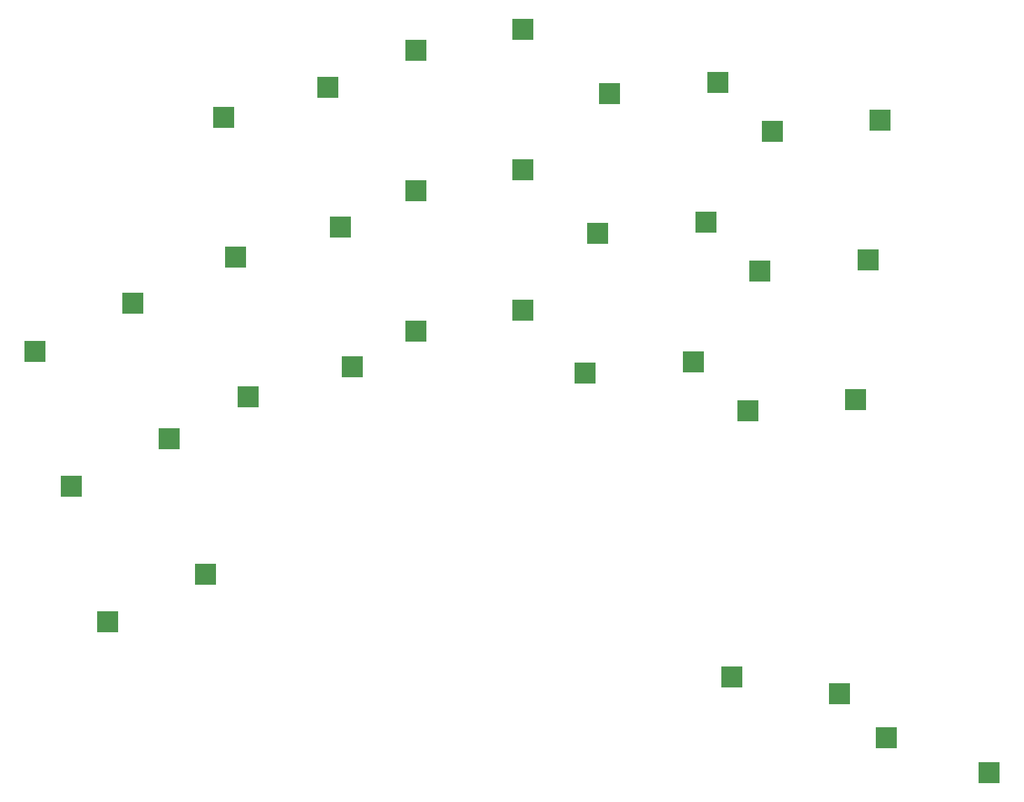
<source format=gbr>
%TF.GenerationSoftware,KiCad,Pcbnew,(6.0.2-0)*%
%TF.CreationDate,2022-03-23T10:44:17-07:00*%
%TF.ProjectId,Untitled,556e7469-746c-4656-942e-6b696361645f,v1.0.0*%
%TF.SameCoordinates,Original*%
%TF.FileFunction,Paste,Bot*%
%TF.FilePolarity,Positive*%
%FSLAX46Y46*%
G04 Gerber Fmt 4.6, Leading zero omitted, Abs format (unit mm)*
G04 Created by KiCad (PCBNEW (6.0.2-0)) date 2022-03-23 10:44:17*
%MOMM*%
%LPD*%
G01*
G04 APERTURE LIST*
%ADD10R,2.550000X2.500000*%
G04 APERTURE END LIST*
D10*
%TO.C,S5*%
X-2700756Y32881936D03*
X9128367Y38681141D03*
%TD*%
%TO.C,S23*%
X66925412Y64048982D03*
X80024597Y65452654D03*
%TD*%
%TO.C,S3*%
X1699168Y16461197D03*
X13528291Y22260402D03*
%TD*%
%TO.C,S13*%
X43432133Y35301886D03*
X56359133Y37841886D03*
%TD*%
%TO.C,S1*%
X6099091Y40458D03*
X17928214Y5839663D03*
%TD*%
%TO.C,S11*%
X20158959Y61179589D03*
X32815392Y64836586D03*
%TD*%
%TO.C,S31*%
X81723447Y-6595725D03*
X94739585Y-8630200D03*
%TD*%
%TO.C,S27*%
X85120717Y42548005D03*
X98219902Y43951677D03*
%TD*%
%TO.C,S29*%
X86602365Y59483315D03*
X99701550Y60886987D03*
%TD*%
%TO.C,S21*%
X65443765Y47113672D03*
X78542950Y48517344D03*
%TD*%
%TO.C,S25*%
X83639070Y25612695D03*
X96738255Y27016367D03*
%TD*%
%TO.C,S15*%
X43432133Y52301886D03*
X56359133Y54841886D03*
%TD*%
%TO.C,S7*%
X23122254Y27308969D03*
X35778687Y30965966D03*
%TD*%
%TO.C,S9*%
X21640606Y44244279D03*
X34297039Y47901276D03*
%TD*%
%TO.C,S19*%
X63962117Y30178362D03*
X77061302Y31582034D03*
%TD*%
%TO.C,S33*%
X100398919Y-13941572D03*
X112864029Y-18205368D03*
%TD*%
%TO.C,S17*%
X43432133Y69301886D03*
X56359133Y71841886D03*
%TD*%
M02*

</source>
